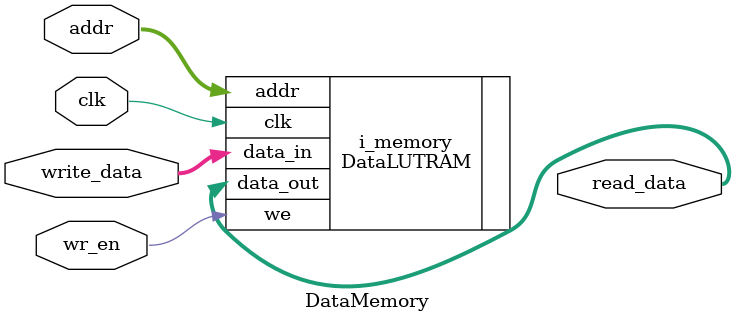
<source format=v>
module DataMemory 
(
    input        clk,
    input        wr_en,
    input  [7:0] addr,
    input  [7:0] write_data,
    output [7:0] read_data
);

DataLUTRAM #(.XLEN(8), .ADDR_WIDTH(8), .DATA_ENTRY(256))
i_memory
(
    .clk(clk),
    .addr(addr),
    .data_in(write_data),
    .we(wr_en),
    .data_out(read_data)
); 

endmodule
</source>
